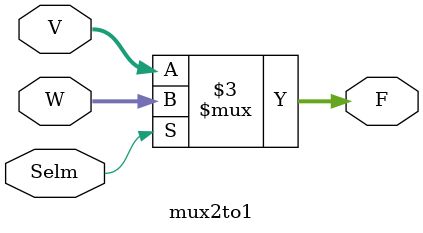
<source format=v>
`timescale 1ns / 1ps


module mux2to1
#(parameter k=32)
(
      input [k-1:0]V,
      input [k-1:0]W,
      input Selm,
      output reg[k-1:0]F
);
  always @(*)
    if(Selm)
        F<=W;
    else
        F<=V;
endmodule

</source>
